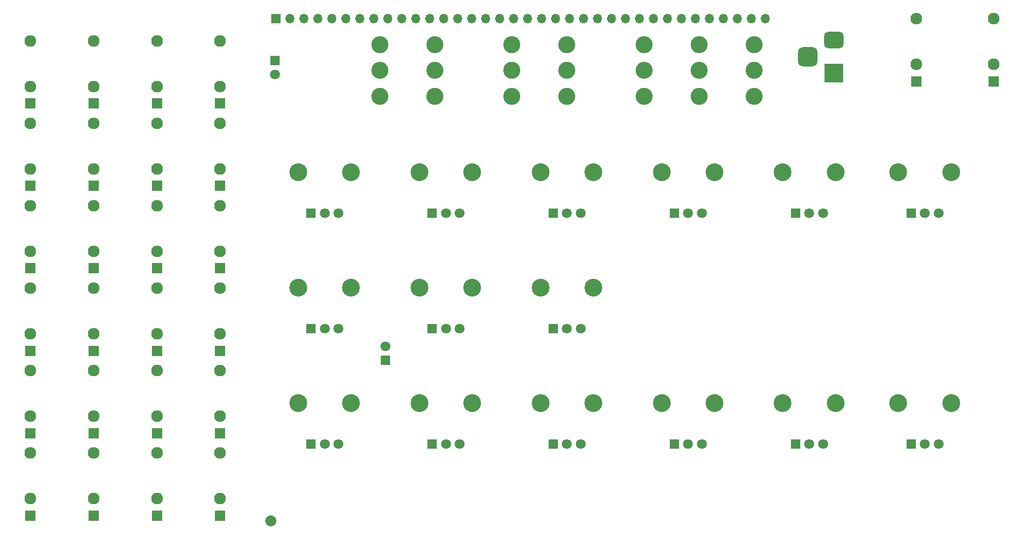
<source format=gbr>
%TF.GenerationSoftware,KiCad,Pcbnew,6.0.9-8da3e8f707~116~ubuntu22.04.1*%
%TF.CreationDate,2022-11-22T22:51:57+01:00*%
%TF.ProjectId,polykit-x-monosynth,706f6c79-6b69-4742-9d78-2d6d6f6e6f73,v0.0.3*%
%TF.SameCoordinates,Original*%
%TF.FileFunction,Soldermask,Bot*%
%TF.FilePolarity,Negative*%
%FSLAX46Y46*%
G04 Gerber Fmt 4.6, Leading zero omitted, Abs format (unit mm)*
G04 Created by KiCad (PCBNEW 6.0.9-8da3e8f707~116~ubuntu22.04.1) date 2022-11-22 22:51:57*
%MOMM*%
%LPD*%
G01*
G04 APERTURE LIST*
G04 Aperture macros list*
%AMRoundRect*
0 Rectangle with rounded corners*
0 $1 Rounding radius*
0 $2 $3 $4 $5 $6 $7 $8 $9 X,Y pos of 4 corners*
0 Add a 4 corners polygon primitive as box body*
4,1,4,$2,$3,$4,$5,$6,$7,$8,$9,$2,$3,0*
0 Add four circle primitives for the rounded corners*
1,1,$1+$1,$2,$3*
1,1,$1+$1,$4,$5*
1,1,$1+$1,$6,$7*
1,1,$1+$1,$8,$9*
0 Add four rect primitives between the rounded corners*
20,1,$1+$1,$2,$3,$4,$5,0*
20,1,$1+$1,$4,$5,$6,$7,0*
20,1,$1+$1,$6,$7,$8,$9,0*
20,1,$1+$1,$8,$9,$2,$3,0*%
G04 Aperture macros list end*
%ADD10R,1.930000X1.830000*%
%ADD11C,2.130000*%
%ADD12C,3.100000*%
%ADD13R,3.500000X3.500000*%
%ADD14RoundRect,0.750000X-1.000000X0.750000X-1.000000X-0.750000X1.000000X-0.750000X1.000000X0.750000X0*%
%ADD15RoundRect,0.875000X-0.875000X0.875000X-0.875000X-0.875000X0.875000X-0.875000X0.875000X0.875000X0*%
%ADD16C,3.240000*%
%ADD17R,1.800000X1.800000*%
%ADD18C,1.800000*%
%ADD19C,2.000000*%
%ADD20R,1.700000X1.700000*%
%ADD21O,1.700000X1.700000*%
G04 APERTURE END LIST*
D10*
%TO.C,J23*%
X85500000Y-142000000D03*
D11*
X85500000Y-130600000D03*
X85500000Y-138900000D03*
%TD*%
D12*
%TO.C,SW7*%
X126000000Y-80700000D03*
X126000000Y-76000000D03*
X126000000Y-71300000D03*
%TD*%
D10*
%TO.C,J15*%
X74000000Y-112000000D03*
D11*
X74000000Y-100600000D03*
X74000000Y-108900000D03*
%TD*%
D10*
%TO.C,J18*%
X97000000Y-82000000D03*
D11*
X97000000Y-70600000D03*
X97000000Y-78900000D03*
%TD*%
D10*
%TO.C,J16*%
X85500000Y-97000000D03*
D11*
X85500000Y-85600000D03*
X85500000Y-93900000D03*
%TD*%
D13*
%TO.C,J7*%
X208457500Y-76500000D03*
D14*
X208457500Y-70500000D03*
D15*
X203757500Y-73500000D03*
%TD*%
D10*
%TO.C,J2*%
X237500000Y-78000000D03*
D11*
X237500000Y-66600000D03*
X237500000Y-74900000D03*
%TD*%
D10*
%TO.C,J1*%
X223500000Y-78000000D03*
D11*
X223500000Y-66600000D03*
X223500000Y-74900000D03*
%TD*%
D10*
%TO.C,J9*%
X62500000Y-112000000D03*
D11*
X62500000Y-100600000D03*
X62500000Y-108900000D03*
%TD*%
D12*
%TO.C,SW1*%
X136000000Y-80700000D03*
X136000000Y-76000000D03*
X136000000Y-71300000D03*
%TD*%
D10*
%TO.C,J12*%
X85500000Y-112000000D03*
D11*
X85500000Y-100600000D03*
X85500000Y-108900000D03*
%TD*%
D16*
%TO.C,RV9*%
X208800000Y-136500000D03*
X199200000Y-136500000D03*
D17*
X201500000Y-144000000D03*
D18*
X204000000Y-144000000D03*
X206500000Y-144000000D03*
%TD*%
D16*
%TO.C,RV2*%
X155200000Y-115500000D03*
X164800000Y-115500000D03*
D17*
X157500000Y-123000000D03*
D18*
X160000000Y-123000000D03*
X162500000Y-123000000D03*
%TD*%
D12*
%TO.C,SW3*%
X184000000Y-71300000D03*
X184000000Y-76000000D03*
X184000000Y-80700000D03*
%TD*%
D17*
%TO.C,D5*%
X127000000Y-128750000D03*
D18*
X127000000Y-126210000D03*
%TD*%
D10*
%TO.C,J4*%
X74000000Y-82000000D03*
D11*
X74000000Y-70600000D03*
X74000000Y-78900000D03*
%TD*%
D12*
%TO.C,SW5*%
X150000000Y-80700000D03*
X150000000Y-76000000D03*
X150000000Y-71300000D03*
%TD*%
D16*
%TO.C,RV16*%
X120800000Y-94500000D03*
X111200000Y-94500000D03*
D17*
X113500000Y-102000000D03*
D18*
X116000000Y-102000000D03*
X118500000Y-102000000D03*
%TD*%
D16*
%TO.C,RV4*%
X133200000Y-136500000D03*
X142800000Y-136500000D03*
D17*
X135500000Y-144000000D03*
D18*
X138000000Y-144000000D03*
X140500000Y-144000000D03*
%TD*%
D16*
%TO.C,RV7*%
X155200000Y-136500000D03*
X164800000Y-136500000D03*
D17*
X157500000Y-144000000D03*
D18*
X160000000Y-144000000D03*
X162500000Y-144000000D03*
%TD*%
D10*
%TO.C,J27*%
X85500000Y-127000000D03*
D11*
X85500000Y-115600000D03*
X85500000Y-123900000D03*
%TD*%
D19*
%TO.C,J25*%
X106190000Y-157900000D03*
%TD*%
D16*
%TO.C,RV8*%
X177200000Y-136500000D03*
X186800000Y-136500000D03*
D17*
X179500000Y-144000000D03*
D18*
X182000000Y-144000000D03*
X184500000Y-144000000D03*
%TD*%
D16*
%TO.C,RV1*%
X133200000Y-115500000D03*
X142800000Y-115500000D03*
D17*
X135500000Y-123000000D03*
D18*
X138000000Y-123000000D03*
X140500000Y-123000000D03*
%TD*%
D16*
%TO.C,RV10*%
X229800000Y-136500000D03*
X220200000Y-136500000D03*
D17*
X222500000Y-144000000D03*
D18*
X225000000Y-144000000D03*
X227500000Y-144000000D03*
%TD*%
D20*
%TO.C,J6*%
X107150000Y-66600000D03*
D21*
X109690000Y-66600000D03*
X112230000Y-66600000D03*
X114770000Y-66600000D03*
X117310000Y-66600000D03*
X119850000Y-66600000D03*
X122390000Y-66600000D03*
X124930000Y-66600000D03*
X127470000Y-66600000D03*
X130010000Y-66600000D03*
X132550000Y-66600000D03*
X135090000Y-66600000D03*
X137630000Y-66600000D03*
X140170000Y-66600000D03*
X142710000Y-66600000D03*
X145250000Y-66600000D03*
X147790000Y-66600000D03*
X150330000Y-66600000D03*
X152870000Y-66600000D03*
X155410000Y-66600000D03*
X157950000Y-66600000D03*
X160490000Y-66600000D03*
X163030000Y-66600000D03*
X165570000Y-66600000D03*
X168110000Y-66600000D03*
X170650000Y-66600000D03*
X173190000Y-66600000D03*
X175730000Y-66600000D03*
X178270000Y-66600000D03*
X180810000Y-66600000D03*
X183350000Y-66600000D03*
X185890000Y-66600000D03*
X188430000Y-66600000D03*
X190970000Y-66600000D03*
X193510000Y-66600000D03*
X196050000Y-66600000D03*
%TD*%
D10*
%TO.C,J11*%
X97000000Y-112000000D03*
D11*
X97000000Y-100600000D03*
X97000000Y-108900000D03*
%TD*%
D10*
%TO.C,J17*%
X97000000Y-97000000D03*
D11*
X97000000Y-85600000D03*
X97000000Y-93900000D03*
%TD*%
D10*
%TO.C,J22*%
X74000000Y-142000000D03*
D11*
X74000000Y-130600000D03*
X74000000Y-138900000D03*
%TD*%
D17*
%TO.C,D1*%
X107000000Y-74225000D03*
D18*
X107000000Y-76765000D03*
%TD*%
D10*
%TO.C,J10*%
X74000000Y-97000000D03*
D11*
X74000000Y-85600000D03*
X74000000Y-93900000D03*
%TD*%
D10*
%TO.C,J8*%
X74000000Y-157000000D03*
D11*
X74000000Y-145600000D03*
X74000000Y-153900000D03*
%TD*%
D10*
%TO.C,J20*%
X85500000Y-157000000D03*
D11*
X85500000Y-145600000D03*
X85500000Y-153900000D03*
%TD*%
D10*
%TO.C,J13*%
X62500000Y-82000000D03*
D11*
X62500000Y-70600000D03*
X62500000Y-78900000D03*
%TD*%
D16*
%TO.C,RV13*%
X164800000Y-94500000D03*
X155200000Y-94500000D03*
D17*
X157500000Y-102000000D03*
D18*
X160000000Y-102000000D03*
X162500000Y-102000000D03*
%TD*%
D10*
%TO.C,J14*%
X62500000Y-97000000D03*
D11*
X62500000Y-85600000D03*
X62500000Y-93900000D03*
%TD*%
D10*
%TO.C,J28*%
X97000000Y-157000000D03*
D11*
X97000000Y-145600000D03*
X97000000Y-153900000D03*
%TD*%
D10*
%TO.C,J5*%
X85500000Y-82000000D03*
D11*
X85500000Y-70600000D03*
X85500000Y-78900000D03*
%TD*%
D10*
%TO.C,J26*%
X74000000Y-127000000D03*
D11*
X74000000Y-115600000D03*
X74000000Y-123900000D03*
%TD*%
D16*
%TO.C,RV6*%
X229800000Y-94500000D03*
X220200000Y-94500000D03*
D17*
X222500000Y-102000000D03*
D18*
X225000000Y-102000000D03*
X227500000Y-102000000D03*
%TD*%
D16*
%TO.C,RV12*%
X199200000Y-94500000D03*
X208800000Y-94500000D03*
D17*
X201500000Y-102000000D03*
D18*
X204000000Y-102000000D03*
X206500000Y-102000000D03*
%TD*%
D10*
%TO.C,J19*%
X97000000Y-142000000D03*
D11*
X97000000Y-130600000D03*
X97000000Y-138900000D03*
%TD*%
D16*
%TO.C,RV11*%
X186800000Y-94500000D03*
X177200000Y-94500000D03*
D17*
X179500000Y-102000000D03*
D18*
X182000000Y-102000000D03*
X184500000Y-102000000D03*
%TD*%
D16*
%TO.C,RV5*%
X111200000Y-136500000D03*
X120800000Y-136500000D03*
D17*
X113500000Y-144000000D03*
D18*
X116000000Y-144000000D03*
X118500000Y-144000000D03*
%TD*%
D10*
%TO.C,J21*%
X62500000Y-127000000D03*
D11*
X62500000Y-115600000D03*
X62500000Y-123900000D03*
%TD*%
D16*
%TO.C,RV14*%
X142800000Y-94500000D03*
X133200000Y-94500000D03*
D17*
X135500000Y-102000000D03*
D18*
X138000000Y-102000000D03*
X140500000Y-102000000D03*
%TD*%
D16*
%TO.C,RV15*%
X111200000Y-115500000D03*
X120800000Y-115500000D03*
D17*
X113500000Y-123000000D03*
D18*
X116000000Y-123000000D03*
X118500000Y-123000000D03*
%TD*%
D10*
%TO.C,J24*%
X62500000Y-142000000D03*
D11*
X62500000Y-130600000D03*
X62500000Y-138900000D03*
%TD*%
D12*
%TO.C,SW4*%
X174000000Y-71300000D03*
X174000000Y-76000000D03*
X174000000Y-80700000D03*
%TD*%
%TO.C,SW2*%
X194000000Y-71300000D03*
X194000000Y-76000000D03*
X194000000Y-80700000D03*
%TD*%
D10*
%TO.C,J3*%
X62500000Y-157000000D03*
D11*
X62500000Y-145600000D03*
X62500000Y-153900000D03*
%TD*%
D12*
%TO.C,SW6*%
X160000000Y-80700000D03*
X160000000Y-76000000D03*
X160000000Y-71300000D03*
%TD*%
D10*
%TO.C,J29*%
X97000000Y-127000000D03*
D11*
X97000000Y-115600000D03*
X97000000Y-123900000D03*
%TD*%
M02*

</source>
